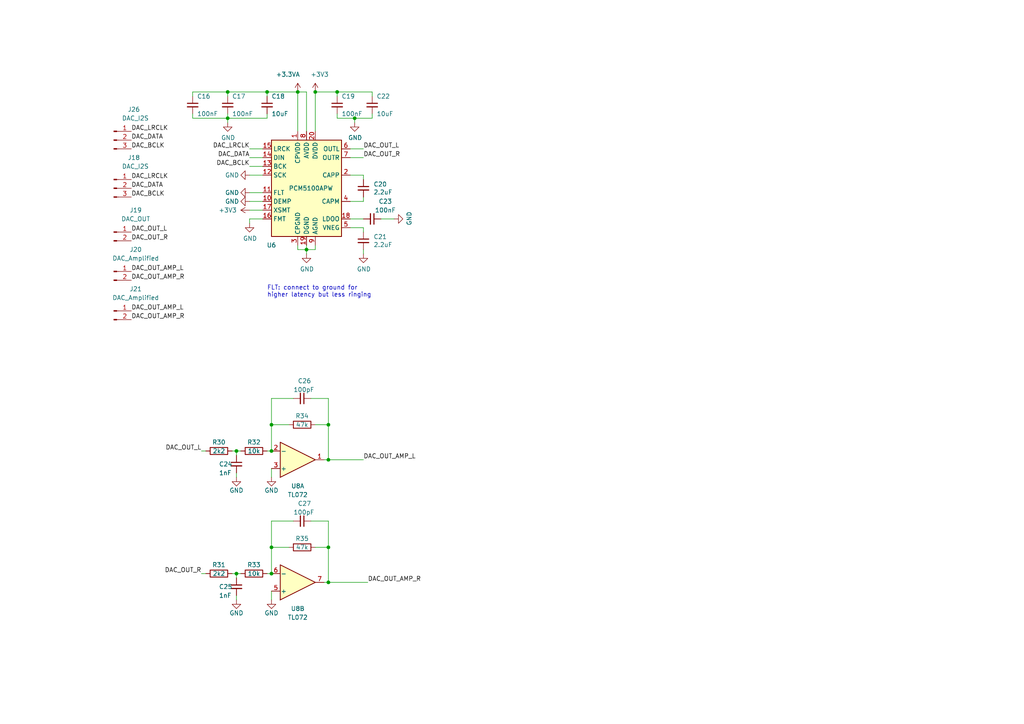
<source format=kicad_sch>
(kicad_sch (version 20230121) (generator eeschema)
  (paper "A4")
  (lib_symbols
    (symbol "Amplifier_Operational:TL072" (pin_names (offset 0.127))
      (property "Reference" "U" (at 0 5.08 0))
      (property "Value" "TL072" (at 0 -5.08 0))
      (symbol "TL072_1_1"
        (polyline (pts (xy -5.08 5.08) (xy 5.08 0) (xy -5.08 -5.08) (xy -5.08 5.08)) (stroke (width 0.254)) (fill (type background)))
        (pin output line (at 7.62 0 180) (length 2.54) (name "~") (number "1"))
        (pin input line (at -7.62 -2.54 0) (length 2.54) (name "-") (number "2"))
        (pin input line (at -7.62 2.54 0) (length 2.54) (name "+") (number "3"))
      )
      (symbol "TL072_2_1"
        (polyline (pts (xy -5.08 5.08) (xy 5.08 0) (xy -5.08 -5.08) (xy -5.08 5.08)) (stroke (width 0.254)) (fill (type background)))
        (pin input line (at -7.62 2.54 0) (length 2.54) (name "+") (number "5"))
        (pin input line (at -7.62 -2.54 0) (length 2.54) (name "-") (number "6"))
        (pin output line (at 7.62 0 180) (length 2.54) (name "~") (number "7"))
      )
      (symbol "TL072_3_1"
        (pin power_in line (at -2.54 -7.62 90) (length 3.81) (name "V-") (number "4"))
        (pin power_in line (at -2.54 7.62 270) (length 3.81) (name "V+") (number "8"))
      )
    )
    (symbol "Connector:Conn_01x02_Pin" (pin_names (offset 1.016) hide)
      (property "Reference" "J" (at 0 2.54 0))
      (property "Value" "Conn_01x02_Pin" (at 0 -5.08 0))
      (symbol "Conn_01x02_Pin_1_1"
        (polyline (pts (xy 1.27 -2.54) (xy 0.8636 -2.54)) (stroke (width 0.1524)))
        (polyline (pts (xy 1.27 0) (xy 0.8636 0)) (stroke (width 0.1524)))
        (rectangle (start 0.8636 -2.413) (end 0 -2.667) (stroke (width 0.1524)) (fill (type outline)))
        (rectangle (start 0.8636 0.127) (end 0 -0.127) (stroke (width 0.1524)) (fill (type outline)))
        (pin passive line (at 5.08 0 180) (length 3.81) (name "Pin_1") (number "1"))
        (pin passive line (at 5.08 -2.54 180) (length 3.81) (name "Pin_2") (number "2"))
      )
    )
    (symbol "Connector:Conn_01x03_Pin" (pin_names (offset 1.016) hide)
      (property "Reference" "J" (at 0 5.08 0))
      (property "Value" "Conn_01x03_Pin" (at 0 -5.08 0))
      (symbol "Conn_01x03_Pin_1_1"
        (polyline (pts (xy 1.27 -2.54) (xy 0.8636 -2.54)) (stroke (width 0.1524)))
        (polyline (pts (xy 1.27 0) (xy 0.8636 0)) (stroke (width 0.1524)))
        (polyline (pts (xy 1.27 2.54) (xy 0.8636 2.54)) (stroke (width 0.1524)))
        (rectangle (start 0.8636 -2.413) (end 0 -2.667) (stroke (width 0.1524)) (fill (type outline)))
        (rectangle (start 0.8636 0.127) (end 0 -0.127) (stroke (width 0.1524)) (fill (type outline)))
        (rectangle (start 0.8636 2.667) (end 0 2.413) (stroke (width 0.1524)) (fill (type outline)))
        (pin passive line (at 5.08 2.54 180) (length 3.81) (name "Pin_1") (number "1"))
        (pin passive line (at 5.08 0 180) (length 3.81) (name "Pin_2") (number "2"))
        (pin passive line (at 5.08 -2.54 180) (length 3.81) (name "Pin_3") (number "3"))
      )
    )
    (symbol "Device:C_Small" (pin_numbers hide) (pin_names (offset 0.254) hide)
      (property "Reference" "C" (at 0.254 1.778 0))
      (property "Value" "C_Small" (at 0.254 -2.032 0))
      (symbol "C_Small_0_1"
        (polyline (pts (xy -1.524 -0.508) (xy 1.524 -0.508)) (stroke (width 0.3302)))
        (polyline (pts (xy -1.524 0.508) (xy 1.524 0.508)) (stroke (width 0.3048)))
      )
      (symbol "C_Small_1_1"
        (pin passive line (at 0 2.54 270) (length 2.032) (name "~") (number "1"))
        (pin passive line (at 0 -2.54 90) (length 2.032) (name "~") (number "2"))
      )
    )
    (symbol "Device:R" (pin_numbers hide) (pin_names (offset 0))
      (property "Reference" "R" (at 2.032 0 90))
      (property "Value" "R" (at 0 0 90))
      (symbol "R_0_1"
        (rectangle (start -1.016 -2.54) (end 1.016 2.54) (stroke (width 0.254)))
      )
      (symbol "R_1_1"
        (pin passive line (at 0 3.81 270) (length 1.27) (name "~") (number "1"))
        (pin passive line (at 0 -3.81 90) (length 1.27) (name "~") (number "2"))
      )
    )
    (symbol "PCM5100APW:PCM5100APW"
      (property "Reference" "U" (at -10.16 13.97 0))
      (property "Value" "PCM5100APW" (at 3.81 13.97 0))
      (symbol "PCM5100APW_0_1"
        (rectangle (start -10.16 12.7) (end 10.16 -15.24) (stroke (width 0.254)) (fill (type background)))
      )
      (symbol "PCM5100APW_1_1"
        (pin passive line (at -2.54 15.24 270) (length 2.54) (name "CPVDD") (number "1"))
        (pin input line (at -12.7 -5.08 0) (length 2.54) (name "DEMP") (number "10"))
        (pin input line (at -12.7 -2.54 0) (length 2.54) (name "FLT") (number "11"))
        (pin input line (at -12.7 2.54 0) (length 2.54) (name "SCK") (number "12"))
        (pin input line (at -12.7 5.08 0) (length 2.54) (name "BCK") (number "13"))
        (pin input line (at -12.7 7.62 0) (length 2.54) (name "DIN") (number "14"))
        (pin input line (at -12.7 10.16 0) (length 2.54) (name "LRCK") (number "15"))
        (pin input line (at -12.7 -10.16 0) (length 2.54) (name "FMT") (number "16"))
        (pin input line (at -12.7 -7.62 0) (length 2.54) (name "XSMT") (number "17"))
        (pin passive line (at 12.7 -10.16 180) (length 2.54) (name "LDOO") (number "18"))
        (pin power_in line (at 0 -17.78 90) (length 2.54) (name "DGND") (number "19"))
        (pin passive line (at 12.7 2.54 180) (length 2.54) (name "CAPP") (number "2"))
        (pin power_in line (at 2.54 15.24 270) (length 2.54) (name "DVDD") (number "20"))
        (pin power_in line (at -2.54 -17.78 90) (length 2.54) (name "CPGND") (number "3"))
        (pin passive line (at 12.7 -5.08 180) (length 2.54) (name "CAPM") (number "4"))
        (pin passive line (at 12.7 -12.7 180) (length 2.54) (name "VNEG") (number "5"))
        (pin output line (at 12.7 10.16 180) (length 2.54) (name "OUTL") (number "6"))
        (pin output line (at 12.7 7.62 180) (length 2.54) (name "OUTR") (number "7"))
        (pin power_in line (at 0 15.24 270) (length 2.54) (name "AVDD") (number "8"))
        (pin power_in line (at 2.54 -17.78 90) (length 2.54) (name "AGND") (number "9"))
      )
    )
    (symbol "power:+12V" (power) (pin_names (offset 0))
      (property "Value" "+12V" (at 0 3.556 0))
      (symbol "+12V_0_1"
        (polyline (pts (xy -0.762 1.27) (xy 0 2.54)))
        (polyline (pts (xy 0 0) (xy 0 2.54)))
        (polyline (pts (xy 0 2.54) (xy 0.762 1.27)))
      )
      (symbol "+12V_1_1"
        (pin power_in line (at 0 0 90) (length 0) hide (name "+12V") (number "1"))
      )
    )
    (symbol "power:+3.3V" (power) (pin_names (offset 0))
      (property "Value" "+3.3V" (at 0 3.556 0))
      (symbol "+3.3V_0_1"
        (polyline (pts (xy -0.762 1.27) (xy 0 2.54)))
        (polyline (pts (xy 0 0) (xy 0 2.54)))
        (polyline (pts (xy 0 2.54) (xy 0.762 1.27)))
      )
      (symbol "+3.3V_1_1"
        (pin power_in line (at 0 0 90) (length 0) hide (name "+3V3") (number "1"))
      )
    )
    (symbol "power:+3.3VA" (power) (pin_names (offset 0))
      (property "Value" "+3.3VA" (at 0 3.556 0))
      (symbol "+3.3VA_0_1"
        (polyline (pts (xy -0.762 1.27) (xy 0 2.54)))
        (polyline (pts (xy 0 0) (xy 0 2.54)))
        (polyline (pts (xy 0 2.54) (xy 0.762 1.27)))
      )
      (symbol "+3.3VA_1_1"
        (pin power_in line (at 0 0 90) (length 0) hide (name "+3.3VA") (number "1"))
      )
    )
    (symbol "power:-12V" (power) (pin_names (offset 0))
      (property "Value" "-12V" (at 0 3.81 0))
      (symbol "-12V_0_0"
        (pin power_in line (at 0 0 90) (length 0) hide (name "-12V") (number "1"))
      )
      (symbol "-12V_0_1"
        (polyline (pts (xy 0 0) (xy 0 1.27) (xy 0.762 1.27) (xy 0 2.54) (xy -0.762 1.27) (xy 0 1.27)) (fill (type outline)))
      )
    )
    (symbol "power:GND" (power) (pin_names (offset 0))
      (property "Value" "GND" (at 0 -3.81 0))
      (symbol "GND_0_1"
        (polyline (pts (xy 0 0) (xy 0 -1.27) (xy 1.27 -1.27) (xy 0 -2.54) (xy -1.27 -1.27) (xy 0 -1.27)))
      )
      (symbol "GND_1_1"
        (pin power_in line (at 0 0 270) (length 0) hide (name "GND") (number "1"))
      )
    )
  )
  (junction (at 66.04 26.67))
  (junction (at 77.47 26.67))
  (junction (at 95.25 133.35))
  (junction (at 95.25 168.91))
  (junction (at 102.87 34.29))
  (junction (at 78.74 158.75))
  (junction (at 388.62 124.46))
  (junction (at 88.9 72.39))
  (junction (at 78.74 130.81))
  (junction (at 97.79 26.67))
  (junction (at 68.58 166.37))
  (junction (at 78.74 166.37))
  (junction (at 86.36 26.67))
  (junction (at 68.58 130.81))
  (junction (at 95.25 123.19))
  (junction (at 66.04 34.29))
  (junction (at 78.74 123.19))
  (junction (at 388.62 139.7))
  (junction (at 95.25 158.75))
  (junction (at 91.44 26.67))
  (wire (pts (xy 86.36 72.39) (xy 88.9 72.39)))
  (wire (pts (xy 88.9 71.12) (xy 88.9 72.39)))
  (wire (pts (xy 90.17 115.57) (xy 95.25 115.57)))
  (wire (pts (xy 97.79 34.29) (xy 102.87 34.29)))
  (wire (pts (xy 78.74 135.89) (xy 78.74 138.43)))
  (wire (pts (xy 77.47 26.67) (xy 86.36 26.67)))
  (wire (pts (xy 91.44 26.67) (xy 91.44 38.1)))
  (wire (pts (xy 95.25 133.35) (xy 105.41 133.35)))
  (wire (pts (xy 105.41 72.39) (xy 105.41 73.66)))
  (wire (pts (xy 95.25 158.75) (xy 91.44 158.75)))
  (wire (pts (xy 72.39 45.72) (xy 76.2 45.72)))
  (wire (pts (xy 78.74 171.45) (xy 78.74 173.99)))
  (wire (pts (xy 86.36 26.67) (xy 86.36 38.1)))
  (wire (pts (xy 68.58 166.37) (xy 69.85 166.37)))
  (wire (pts (xy 101.6 66.04) (xy 105.41 66.04)))
  (wire (pts (xy 105.41 50.8) (xy 105.41 52.07)))
  (wire (pts (xy 72.39 60.96) (xy 76.2 60.96)))
  (wire (pts (xy 68.58 130.81) (xy 69.85 130.81)))
  (wire (pts (xy 68.58 172.72) (xy 68.58 173.99)))
  (wire (pts (xy 72.39 55.88) (xy 76.2 55.88)))
  (wire (pts (xy 86.36 71.12) (xy 86.36 72.39)))
  (wire (pts (xy 67.31 166.37) (xy 68.58 166.37)))
  (wire (pts (xy 72.39 50.8) (xy 76.2 50.8)))
  (wire (pts (xy 68.58 167.64) (xy 68.58 166.37)))
  (wire (pts (xy 91.44 71.12) (xy 91.44 72.39)))
  (wire (pts (xy 66.04 33.02) (xy 66.04 34.29)))
  (wire (pts (xy 97.79 27.94) (xy 97.79 26.67)))
  (wire (pts (xy 93.98 168.91) (xy 95.25 168.91)))
  (wire (pts (xy 388.62 124.46) (xy 392.43 124.46)))
  (wire (pts (xy 105.41 66.04) (xy 105.41 67.31)))
  (wire (pts (xy 97.79 26.67) (xy 107.95 26.67)))
  (wire (pts (xy 95.25 158.75) (xy 95.25 168.91)))
  (wire (pts (xy 66.04 27.94) (xy 66.04 26.67)))
  (wire (pts (xy 55.88 33.02) (xy 55.88 34.29)))
  (wire (pts (xy 95.25 123.19) (xy 95.25 133.35)))
  (wire (pts (xy 388.62 139.7) (xy 388.62 146.05)))
  (wire (pts (xy 78.74 158.75) (xy 78.74 166.37)))
  (wire (pts (xy 68.58 137.16) (xy 68.58 138.43)))
  (wire (pts (xy 101.6 58.42) (xy 105.41 58.42)))
  (wire (pts (xy 55.88 27.94) (xy 55.88 26.67)))
  (wire (pts (xy 66.04 34.29) (xy 77.47 34.29)))
  (wire (pts (xy 72.39 63.5) (xy 72.39 64.77)))
  (wire (pts (xy 68.58 132.08) (xy 68.58 130.81)))
  (wire (pts (xy 101.6 45.72) (xy 105.41 45.72)))
  (wire (pts (xy 55.88 26.67) (xy 66.04 26.67)))
  (wire (pts (xy 77.47 130.81) (xy 78.74 130.81)))
  (wire (pts (xy 78.74 115.57) (xy 78.74 123.19)))
  (wire (pts (xy 88.9 26.67) (xy 86.36 26.67)))
  (wire (pts (xy 83.82 158.75) (xy 78.74 158.75)))
  (wire (pts (xy 392.43 139.7) (xy 388.62 139.7)))
  (wire (pts (xy 77.47 33.02) (xy 77.47 34.29)))
  (wire (pts (xy 76.2 63.5) (xy 72.39 63.5)))
  (wire (pts (xy 95.25 115.57) (xy 95.25 123.19)))
  (wire (pts (xy 66.04 34.29) (xy 66.04 35.56)))
  (wire (pts (xy 83.82 123.19) (xy 78.74 123.19)))
  (wire (pts (xy 72.39 43.18) (xy 76.2 43.18)))
  (wire (pts (xy 85.09 115.57) (xy 78.74 115.57)))
  (wire (pts (xy 78.74 151.13) (xy 78.74 158.75)))
  (wire (pts (xy 91.44 72.39) (xy 88.9 72.39)))
  (wire (pts (xy 66.04 26.67) (xy 77.47 26.67)))
  (wire (pts (xy 101.6 63.5) (xy 105.41 63.5)))
  (wire (pts (xy 102.87 34.29) (xy 107.95 34.29)))
  (wire (pts (xy 110.49 63.5) (xy 114.3 63.5)))
  (wire (pts (xy 72.39 48.26) (xy 76.2 48.26)))
  (wire (pts (xy 101.6 50.8) (xy 105.41 50.8)))
  (wire (pts (xy 101.6 43.18) (xy 105.41 43.18)))
  (wire (pts (xy 105.41 57.15) (xy 105.41 58.42)))
  (wire (pts (xy 107.95 27.94) (xy 107.95 26.67)))
  (wire (pts (xy 88.9 26.67) (xy 88.9 38.1)))
  (wire (pts (xy 88.9 72.39) (xy 88.9 73.66)))
  (wire (pts (xy 85.09 151.13) (xy 78.74 151.13)))
  (wire (pts (xy 91.44 26.67) (xy 97.79 26.67)))
  (wire (pts (xy 93.98 133.35) (xy 95.25 133.35)))
  (wire (pts (xy 102.87 35.56) (xy 102.87 34.29)))
  (wire (pts (xy 67.31 130.81) (xy 68.58 130.81)))
  (wire (pts (xy 58.42 166.37) (xy 59.69 166.37)))
  (wire (pts (xy 95.25 168.91) (xy 106.68 168.91)))
  (wire (pts (xy 392.43 139.7) (xy 392.43 140.97)))
  (wire (pts (xy 77.47 166.37) (xy 78.74 166.37)))
  (wire (pts (xy 97.79 33.02) (xy 97.79 34.29)))
  (wire (pts (xy 90.17 151.13) (xy 95.25 151.13)))
  (wire (pts (xy 77.47 27.94) (xy 77.47 26.67)))
  (wire (pts (xy 107.95 33.02) (xy 107.95 34.29)))
  (wire (pts (xy 72.39 58.42) (xy 76.2 58.42)))
  (wire (pts (xy 95.25 123.19) (xy 91.44 123.19)))
  (wire (pts (xy 392.43 124.46) (xy 392.43 128.27)))
  (wire (pts (xy 55.88 34.29) (xy 66.04 34.29)))
  (wire (pts (xy 95.25 151.13) (xy 95.25 158.75)))
  (wire (pts (xy 78.74 123.19) (xy 78.74 130.81)))
  (wire (pts (xy 58.42 130.81) (xy 59.69 130.81)))
  (text "FLT: connect to ground for \nhigher latency but less ringing" (at 77.47 86.36 0) (effects (font (size 1.27 1.27)) (justify left bottom)))
  (label "DAC_LRCLK" (at 72.39 43.18 180))
  (label "DAC_BCLK" (at 38.1 57.15 0))
  (label "DAC_LRCLK" (at 38.1 38.1 0))
  (label "DAC_DATA" (at 38.1 40.64 0))
  (label "DAC_DATA" (at 72.39 45.72 180))
  (label "DAC_OUT_AMP_R" (at 38.1 81.28 0))
  (label "DAC_OUT_R" (at 38.1 69.85 0))
  (label "DAC_DATA" (at 38.1 54.61 0))
  (label "DAC_OUT_L" (at 58.42 130.81 180))
  (label "DAC_OUT_L" (at 38.1 67.31 0))
  (label "DAC_OUT_R" (at 105.41 45.72 0))
  (label "DAC_OUT_R" (at 58.42 166.37 180))
  (label "DAC_OUT_AMP_R" (at 38.1 92.71 0))
  (label "DAC_BCLK" (at 38.1 43.18 0))
  (label "DAC_OUT_AMP_L" (at 38.1 78.74 0))
  (label "DAC_BCLK" (at 72.39 48.26 180))
  (label "DAC_OUT_AMP_L" (at 38.1 90.17 0))
  (label "DAC_OUT_L" (at 105.41 43.18 0))
  (label "DAC_OUT_AMP_L" (at 105.41 133.35 0))
  (label "DAC_LRCLK" (at 38.1 52.07 0))
  (label "DAC_OUT_AMP_R" (at 106.68 168.91 0))
  (symbol (lib_id "Device:C_Small") (at 105.41 54.61 0) (unit 1)
    (property "Reference" "C20" (at 108.331 53.4416 0) (effects (justify left)))
    (property "Value" "2.2uF" (at 108.331 55.753 0) (effects (justify left)))
    (property "Footprint" "Capacitor_SMD:C_0805_2012Metric" (effects hide))
    (property "Part_Number" "C23630" (effects hide))
  )
  (symbol (lib_id "Device:C_Small") (at 55.88 30.48 0) (unit 1)
    (property "Reference" "C16" (at 57.15 27.94 0) (effects (justify left)))
    (property "Value" "100nF" (at 57.15 33.02 0) (effects (justify left)))
    (property "Footprint" "Capacitor_SMD:C_0805_2012Metric" (effects hide))
    (property "Part_Number" "C14663" (effects hide))
  )
  (symbol (lib_id "Connector:Conn_01x03_Pin") (at 33.02 40.64 0) (unit 1)
    (property "Reference" "J26" (at 40.64 31.75 0) (effects (justify right)))
    (property "Value" "DAC_I2S" (at 43.18 34.29 0) (effects (justify right)))
    (property "Footprint" "Connector_PinSocket_2.54mm:PinSocket_1x03_P2.54mm_Vertical" (effects hide))
  )
  (symbol (lib_id "Amplifier_Operational:TL072") (at 86.36 168.91 0) (mirror x) (unit 2)
    (property "Reference" "U8" (at 86.36 176.53 0))
    (property "Value" "TL072" (at 86.36 179.07 0))
    (property "Footprint" "Package_SO:SOIC-8_3.9x4.9mm_P1.27mm" (effects hide))
    (property "Datasheet" "https://datasheet.lcsc.com/szlcsc/STMicroelectronics-TL072CDT_C6961.pdf" (effects hide))
    (property "Part_Number" "C6961" (effects hide))
    (property "Rotation" "180" (effects hide))
  )
  (symbol (lib_id "power:+3.3VA") (at 86.36 26.67 0) (unit 1)
    (property "Reference" "#PWR061" (effects hide))
    (property "Value" "+3.3VA" (at 80.01 21.59 0) (effects (justify left)))
  )
  (symbol (lib_id "Amplifier_Operational:TL072") (at 386.08 132.08 0) (mirror y) (unit 3)
    (property "Reference" "U8" (at 387.35 131.445 0) (effects (justify left)))
    (property "Value" "TL072" (at 387.35 133.985 0) (effects (justify left)))
    (property "Footprint" "Package_SO:SOIC-8_3.9x4.9mm_P1.27mm" (effects hide))
    (property "Datasheet" "https://datasheet.lcsc.com/szlcsc/STMicroelectronics-TL072CDT_C6961.pdf" (effects hide))
    (property "Part_Number" "C6961" (effects hide))
    (property "Rotation" "180" (effects hide))
  )
  (symbol (lib_id "Device:C_Small") (at 77.47 30.48 0) (unit 1)
    (property "Reference" "C18" (at 78.74 27.94 0) (effects (justify left)))
    (property "Value" "10uF" (at 78.74 33.02 0) (effects (justify left)))
    (property "Footprint" "Capacitor_SMD:C_0805_2012Metric" (effects hide))
    (property "Part_Number" "C15850 " (effects hide))
  )
  (symbol (lib_id "power:-12V") (at 388.62 146.05 180) (unit 1)
    (property "Reference" "#PWR070" (effects hide))
    (property "Value" "-12V" (at 386.08 147.3199 0) (effects (justify left)))
  )
  (symbol (lib_id "Connector:Conn_01x02_Pin") (at 33.02 78.74 0) (unit 1)
    (property "Reference" "J20" (at 39.37 72.39 0))
    (property "Value" "DAC_Amplified" (at 39.37 74.93 0))
    (property "Footprint" "Connector_PinSocket_2.54mm:PinSocket_1x02_P2.54mm_Vertical" (effects hide))
  )
  (symbol (lib_id "PCM5100APW:PCM5100APW") (at 88.9 53.34 0) (unit 1)
    (property "Reference" "U6" (at 78.74 71.12 0))
    (property "Value" "PCM5100APW" (at 90.17 54.61 0))
    (property "Footprint" "Custom_Footprints:SSOP-20_4.4x6.5mm_Pitch0.65mm_Round_Pads" (effects hide))
    (property "Datasheet" "http://www.ti.com/lit/ds/symlink/pcm5100.pdf" (effects hide))
    (property "Part_Number" "C131154" (effects hide))
    (property "Rotation" "180" (effects hide))
  )
  (symbol (lib_id "Device:R") (at 87.63 123.19 270) (unit 1)
    (property "Reference" "R34" (at 87.63 120.65 90))
    (property "Value" "47k" (at 87.63 123.19 90))
    (property "Footprint" "Resistor_SMD:R_0805_2012Metric" (effects hide))
    (property "Part_Number" "C25819" (effects hide))
  )
  (symbol (lib_id "Device:C_Small") (at 392.43 130.81 180) (unit 1)
    (property "Reference" "C28" (at 394.335 127 0) (effects (justify right)))
    (property "Value" "1uF" (at 393.7 128.905 0) (effects (justify right)))
    (property "Footprint" "Capacitor_SMD:C_0805_2012Metric" (effects hide))
  )
  (symbol (lib_id "power:GND") (at 78.74 138.43 0) (unit 1)
    (property "Reference" "#PWR059" (effects hide))
    (property "Value" "GND" (at 78.74 142.24 0))
  )
  (symbol (lib_id "power:GND") (at 68.58 138.43 0) (unit 1)
    (property "Reference" "#PWR052" (effects hide))
    (property "Value" "GND" (at 68.58 142.24 0))
  )
  (symbol (lib_id "power:GND") (at 66.04 35.56 0) (unit 1)
    (property "Reference" "#PWR024" (effects hide))
    (property "Value" "GND" (at 66.167 39.9542 0))
  )
  (symbol (lib_id "power:+12V") (at 388.62 124.46 0) (unit 1)
    (property "Reference" "#PWR067" (effects hide))
    (property "Value" "+12V" (at 388.62 119.38 0))
  )
  (symbol (lib_id "power:+3.3V") (at 72.39 60.96 90) (unit 1)
    (property "Reference" "#PWR057" (effects hide))
    (property "Value" "+3.3V" (at 66.04 60.96 90))
  )
  (symbol (lib_id "Device:C_Small") (at 66.04 30.48 0) (unit 1)
    (property "Reference" "C17" (at 67.31 27.94 0) (effects (justify left)))
    (property "Value" "100nF" (at 67.31 33.02 0) (effects (justify left)))
    (property "Footprint" "Capacitor_SMD:C_0805_2012Metric" (effects hide))
    (property "Part_Number" "C14663" (effects hide))
  )
  (symbol (lib_id "power:GND") (at 102.87 35.56 0) (unit 1)
    (property "Reference" "#PWR064" (effects hide))
    (property "Value" "GND" (at 102.997 39.9542 0))
  )
  (symbol (lib_id "Connector:Conn_01x02_Pin") (at 33.02 90.17 0) (unit 1)
    (property "Reference" "J21" (at 39.37 83.82 0))
    (property "Value" "DAC_Amplified" (at 39.37 86.36 0))
    (property "Footprint" "Connector_PinHeader_2.54mm:PinHeader_1x02_P2.54mm_Vertical" (effects hide))
  )
  (symbol (lib_id "Device:C_Small") (at 105.41 69.85 0) (unit 1)
    (property "Reference" "C21" (at 108.331 68.6816 0) (effects (justify left)))
    (property "Value" "2.2uF" (at 108.331 70.993 0) (effects (justify left)))
    (property "Footprint" "Capacitor_SMD:C_0805_2012Metric" (effects hide))
    (property "Part_Number" "C23630" (effects hide))
  )
  (symbol (lib_id "power:GND") (at 78.74 173.99 0) (unit 1)
    (property "Reference" "#PWR060" (effects hide))
    (property "Value" "GND" (at 78.74 177.8 0))
  )
  (symbol (lib_id "Device:R") (at 73.66 130.81 270) (unit 1)
    (property "Reference" "R32" (at 73.66 128.27 90))
    (property "Value" "10k" (at 73.66 130.81 90))
    (property "Footprint" "Resistor_SMD:R_0805_2012Metric" (effects hide))
    (property "Part_Number" "C25804" (effects hide))
  )
  (symbol (lib_id "power:GND") (at 68.58 173.99 0) (unit 1)
    (property "Reference" "#PWR053" (effects hide))
    (property "Value" "GND" (at 68.58 177.8 0))
  )
  (symbol (lib_id "Device:C_Small") (at 87.63 115.57 270) (unit 1)
    (property "Reference" "C26" (at 86.36 110.49 90) (effects (justify left)))
    (property "Value" "100pF" (at 85.09 113.03 90) (effects (justify left)))
    (property "Footprint" "Capacitor_SMD:C_0805_2012Metric" (effects hide))
    (property "Part_Number" "C14858" (effects hide))
  )
  (symbol (lib_id "Device:C_Small") (at 97.79 30.48 0) (unit 1)
    (property "Reference" "C19" (at 99.06 27.94 0) (effects (justify left)))
    (property "Value" "100nF" (at 99.06 33.02 0) (effects (justify left)))
    (property "Footprint" "Capacitor_SMD:C_0805_2012Metric" (effects hide))
    (property "Part_Number" "C14663" (effects hide))
  )
  (symbol (lib_id "power:GND") (at 72.39 50.8 270) (unit 1)
    (property "Reference" "#PWR054" (effects hide))
    (property "Value" "GND" (at 67.31 50.8 90))
  )
  (symbol (lib_id "Device:C_Small") (at 107.95 30.48 0) (unit 1)
    (property "Reference" "C22" (at 109.22 27.94 0) (effects (justify left)))
    (property "Value" "10uF" (at 109.22 33.02 0) (effects (justify left)))
    (property "Footprint" "Capacitor_SMD:C_0805_2012Metric" (effects hide))
    (property "Part_Number" "C15850 " (effects hide))
  )
  (symbol (lib_id "Device:C_Small") (at 68.58 170.18 0) (unit 1)
    (property "Reference" "C25" (at 63.5 170.18 0) (effects (justify left)))
    (property "Value" "1nF" (at 63.5 172.72 0) (effects (justify left)))
    (property "Footprint" "Capacitor_SMD:C_0805_2012Metric" (effects hide))
    (property "Part_Number" "C1588" (effects hide))
  )
  (symbol (lib_id "Device:R") (at 73.66 166.37 270) (unit 1)
    (property "Reference" "R33" (at 73.66 163.83 90))
    (property "Value" "10k" (at 73.66 166.37 90))
    (property "Footprint" "Resistor_SMD:R_0805_2012Metric" (effects hide))
    (property "Part_Number" "C25804" (effects hide))
  )
  (symbol (lib_id "Device:R") (at 87.63 158.75 270) (unit 1)
    (property "Reference" "R35" (at 87.63 156.21 90))
    (property "Value" "47k" (at 87.63 158.75 90))
    (property "Footprint" "Resistor_SMD:R_0805_2012Metric" (effects hide))
    (property "Part_Number" "C25819" (effects hide))
  )
  (symbol (lib_id "power:GND") (at 392.43 146.05 0) (unit 1)
    (property "Reference" "#PWR072" (effects hide))
    (property "Value" "GND" (at 392.43 151.13 0))
  )
  (symbol (lib_id "Device:C_Small") (at 392.43 143.51 180) (unit 1)
    (property "Reference" "C29" (at 394.335 139.7 0) (effects (justify right)))
    (property "Value" "1uF" (at 393.7 141.605 0) (effects (justify right)))
    (property "Footprint" "Capacitor_SMD:C_0805_2012Metric" (effects hide))
  )
  (symbol (lib_id "Connector:Conn_01x03_Pin") (at 33.02 54.61 0) (unit 1)
    (property "Reference" "J18" (at 40.64 45.72 0) (effects (justify right)))
    (property "Value" "DAC_I2S" (at 43.18 48.26 0) (effects (justify right)))
    (property "Footprint" "Connector_PinHeader_2.54mm:PinHeader_1x03_P2.54mm_Vertical" (effects hide))
  )
  (symbol (lib_id "Device:C_Small") (at 68.58 134.62 0) (unit 1)
    (property "Reference" "C24" (at 63.5 134.62 0) (effects (justify left)))
    (property "Value" "1nF" (at 63.5 137.16 0) (effects (justify left)))
    (property "Footprint" "Capacitor_SMD:C_0805_2012Metric" (effects hide))
    (property "Part_Number" "C1588" (effects hide))
  )
  (symbol (lib_id "Amplifier_Operational:TL072") (at 86.36 133.35 0) (mirror x) (unit 1)
    (property "Reference" "U8" (at 86.36 140.97 0))
    (property "Value" "TL072" (at 86.36 143.51 0))
    (property "Footprint" "Package_SO:SOIC-8_3.9x4.9mm_P1.27mm" (effects hide))
    (property "Datasheet" "https://datasheet.lcsc.com/szlcsc/STMicroelectronics-TL072CDT_C6961.pdf" (effects hide))
    (property "Part_Number" "C6961" (effects hide))
    (property "Rotation" "180" (effects hide))
  )
  (symbol (lib_id "power:GND") (at 72.39 55.88 270) (unit 1)
    (property "Reference" "#PWR055" (effects hide))
    (property "Value" "GND" (at 67.31 55.88 90))
  )
  (symbol (lib_id "power:GND") (at 105.41 73.66 0) (unit 1)
    (property "Reference" "#PWR065" (effects hide))
    (property "Value" "GND" (at 105.537 78.0542 0))
  )
  (symbol (lib_id "Device:R") (at 63.5 130.81 270) (unit 1)
    (property "Reference" "R30" (at 63.5 128.27 90))
    (property "Value" "2k2" (at 63.5 130.81 90))
    (property "Footprint" "Resistor_SMD:R_0805_2012Metric" (effects hide))
    (property "Part_Number" "C4190" (effects hide))
  )
  (symbol (lib_id "power:+3.3V") (at 91.44 26.67 0) (unit 1)
    (property "Reference" "#PWR063" (effects hide))
    (property "Value" "+3.3V" (at 92.71 21.59 0))
  )
  (symbol (lib_id "power:GND") (at 72.39 58.42 270) (unit 1)
    (property "Reference" "#PWR056" (effects hide))
    (property "Value" "GND" (at 67.31 58.42 90))
  )
  (symbol (lib_id "power:GND") (at 392.43 133.35 0) (unit 1)
    (property "Reference" "#PWR071" (effects hide))
    (property "Value" "GND" (at 394.335 137.16 0) (effects (justify right)))
  )
  (symbol (lib_id "power:GND") (at 114.3 63.5 90) (unit 1)
    (property "Reference" "#PWR066" (effects hide))
    (property "Value" "GND" (at 118.6942 63.373 0))
  )
  (symbol (lib_id "power:GND") (at 88.9 73.66 0) (unit 1)
    (property "Reference" "#PWR062" (effects hide))
    (property "Value" "GND" (at 89.027 78.0542 0))
  )
  (symbol (lib_id "Device:C_Small") (at 87.63 151.13 270) (unit 1)
    (property "Reference" "C27" (at 86.36 146.05 90) (effects (justify left)))
    (property "Value" "100pF" (at 85.09 148.59 90) (effects (justify left)))
    (property "Footprint" "Capacitor_SMD:C_0805_2012Metric" (effects hide))
    (property "Part_Number" "C14858" (effects hide))
  )
  (symbol (lib_id "Device:C_Small") (at 107.95 63.5 270) (unit 1)
    (property "Reference" "C23" (at 111.76 58.42 90))
    (property "Value" "100nF" (at 111.76 60.96 90))
    (property "Footprint" "Capacitor_SMD:C_0805_2012Metric" (effects hide))
    (property "Part_Number" "C14663" (effects hide))
  )
  (symbol (lib_id "Connector:Conn_01x02_Pin") (at 33.02 67.31 0) (unit 1)
    (property "Reference" "J19" (at 39.37 60.96 0))
    (property "Value" "DAC_OUT" (at 39.37 63.5 0))
    (property "Footprint" "Connector_PinHeader_2.54mm:PinHeader_1x02_P2.54mm_Vertical" (effects hide))
  )
  (symbol (lib_id "Device:R") (at 63.5 166.37 270) (unit 1)
    (property "Reference" "R31" (at 63.5 163.83 90))
    (property "Value" "2k2" (at 63.5 166.37 90))
    (property "Footprint" "Resistor_SMD:R_0805_2012Metric" (effects hide))
    (property "Part_Number" "C4190" (effects hide))
  )
  (symbol (lib_id "power:GND") (at 72.39 64.77 0) (unit 1)
    (property "Reference" "#PWR058" (effects hide))
    (property "Value" "GND" (at 72.517 69.1642 0))
  )
)
</source>
